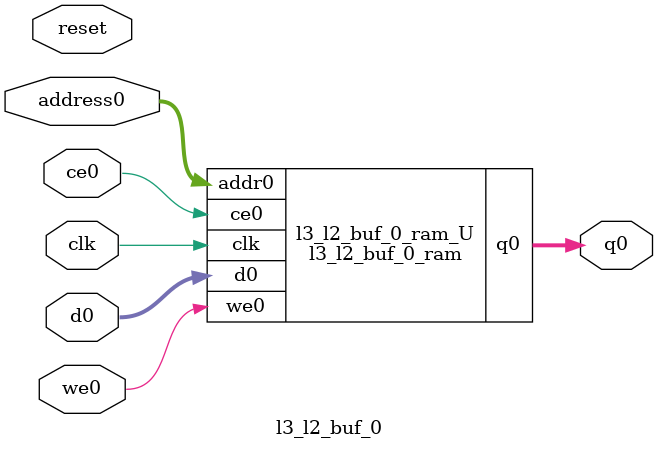
<source format=v>
`timescale 1 ns / 1 ps
module l3_l2_buf_0_ram (addr0, ce0, d0, we0, q0,  clk);

parameter DWIDTH = 32;
parameter AWIDTH = 8;
parameter MEM_SIZE = 169;

input[AWIDTH-1:0] addr0;
input ce0;
input[DWIDTH-1:0] d0;
input we0;
output reg[DWIDTH-1:0] q0;
input clk;

reg [DWIDTH-1:0] ram[0:MEM_SIZE-1];




always @(posedge clk)  
begin 
    if (ce0) begin
        if (we0) 
            ram[addr0] <= d0; 
        q0 <= ram[addr0];
    end
end


endmodule

`timescale 1 ns / 1 ps
module l3_l2_buf_0(
    reset,
    clk,
    address0,
    ce0,
    we0,
    d0,
    q0);

parameter DataWidth = 32'd32;
parameter AddressRange = 32'd169;
parameter AddressWidth = 32'd8;
input reset;
input clk;
input[AddressWidth - 1:0] address0;
input ce0;
input we0;
input[DataWidth - 1:0] d0;
output[DataWidth - 1:0] q0;



l3_l2_buf_0_ram l3_l2_buf_0_ram_U(
    .clk( clk ),
    .addr0( address0 ),
    .ce0( ce0 ),
    .we0( we0 ),
    .d0( d0 ),
    .q0( q0 ));

endmodule


</source>
